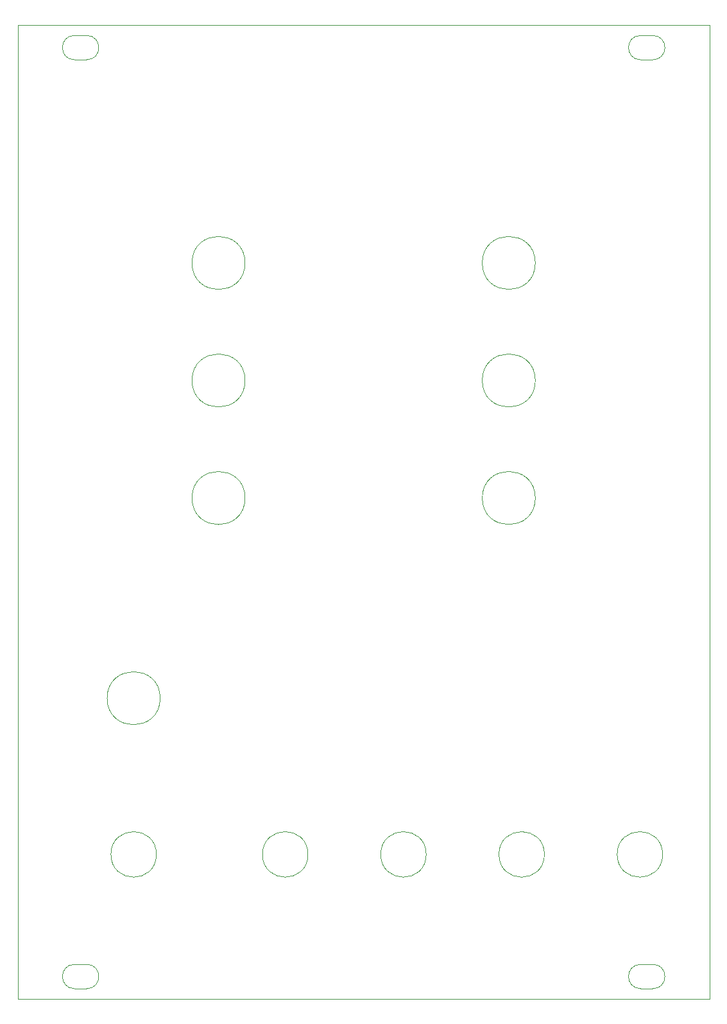
<source format=gbr>
%TF.GenerationSoftware,KiCad,Pcbnew,(6.0.1)*%
%TF.CreationDate,2022-08-28T22:10:02+02:00*%
%TF.ProjectId,pannel - copia (3),70616e6e-656c-4202-9d20-636f70696120,rev?*%
%TF.SameCoordinates,Original*%
%TF.FileFunction,Legend,Bot*%
%TF.FilePolarity,Positive*%
%FSLAX46Y46*%
G04 Gerber Fmt 4.6, Leading zero omitted, Abs format (unit mm)*
G04 Created by KiCad (PCBNEW (6.0.1)) date 2022-08-28 22:10:02*
%MOMM*%
%LPD*%
G01*
G04 APERTURE LIST*
%TA.AperFunction,Profile*%
%ADD10C,0.100000*%
%TD*%
G04 APERTURE END LIST*
D10*
X123800000Y-39600000D02*
G75*
G03*
X123800000Y-36400000I0J1600000D01*
G01*
X108300000Y-97400000D02*
G75*
G03*
X108300000Y-97400000I-3500000J0D01*
G01*
X93900000Y-144400000D02*
G75*
G03*
X93900000Y-144400000I-3000000J0D01*
G01*
X122200000Y-36400000D02*
G75*
G03*
X122200000Y-39600000I0J-1600000D01*
G01*
X122200000Y-158900000D02*
G75*
G03*
X122200000Y-162100000I0J-1600000D01*
G01*
X125100000Y-144400000D02*
G75*
G03*
X125100000Y-144400000I-3000000J0D01*
G01*
X58300000Y-144400000D02*
G75*
G03*
X58300000Y-144400000I-3000000J0D01*
G01*
X123800000Y-162100000D02*
G75*
G03*
X123800000Y-158900000I0J1600000D01*
G01*
X47500000Y-158900000D02*
X49100000Y-158900000D01*
X122200000Y-36400000D02*
X123800000Y-36400000D01*
X131300000Y-35000000D02*
X131300000Y-163500000D01*
X122200000Y-39600000D02*
X123800000Y-39600000D01*
X47500000Y-36400000D02*
G75*
G03*
X47500000Y-39600000I0J-1600000D01*
G01*
X70000000Y-81900000D02*
G75*
G03*
X70000000Y-81900000I-3500000J0D01*
G01*
X47500000Y-158900000D02*
G75*
G03*
X47500000Y-162100000I0J-1600000D01*
G01*
X109500000Y-144400000D02*
G75*
G03*
X109500000Y-144400000I-3000000J0D01*
G01*
X49100000Y-162100000D02*
G75*
G03*
X49100000Y-158900000I0J1600000D01*
G01*
X70000000Y-97400000D02*
G75*
G03*
X70000000Y-97400000I-3500000J0D01*
G01*
X122200000Y-162100000D02*
X123800000Y-162100000D01*
X108300000Y-66400000D02*
G75*
G03*
X108300000Y-66400000I-3500000J0D01*
G01*
X70000000Y-66400000D02*
G75*
G03*
X70000000Y-66400000I-3500000J0D01*
G01*
X123800000Y-158900000D02*
X122200000Y-158900000D01*
X40000000Y-163500000D02*
X40000000Y-35000000D01*
X47500000Y-36400000D02*
X49100000Y-36400000D01*
X131300000Y-163500000D02*
X40000000Y-163500000D01*
X78300000Y-144400000D02*
G75*
G03*
X78300000Y-144400000I-3000000J0D01*
G01*
X58800000Y-123800000D02*
G75*
G03*
X58800000Y-123800000I-3500000J0D01*
G01*
X47500000Y-39600000D02*
X49100000Y-39600000D01*
X47500000Y-162100000D02*
X49100000Y-162100000D01*
X108300000Y-81900000D02*
G75*
G03*
X108300000Y-81900000I-3500000J0D01*
G01*
X40000000Y-35000000D02*
X131300000Y-35000000D01*
X49100000Y-39600000D02*
G75*
G03*
X49100000Y-36400000I0J1600000D01*
G01*
M02*

</source>
